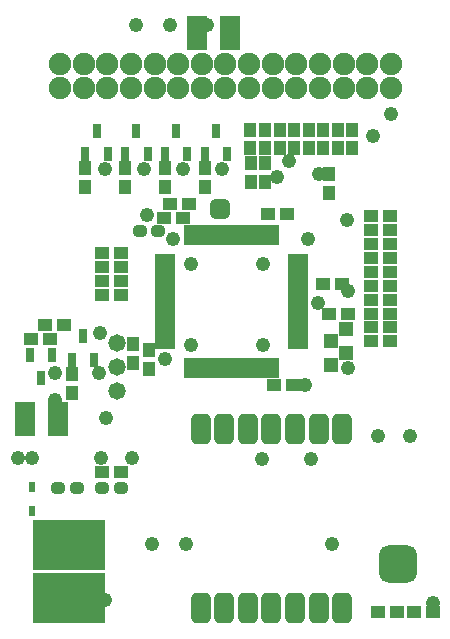
<source format=gts>
G04*
G04 #@! TF.GenerationSoftware,Altium Limited,Altium Designer,19.0.5 (141)*
G04*
G04 Layer_Color=8388736*
%FSLAX25Y25*%
%MOIN*%
G70*
G01*
G75*
%ADD28R,0.04600X0.03900*%
%ADD29R,0.04737X0.04737*%
%ADD30R,0.02379X0.03568*%
%ADD31R,0.02387X0.03560*%
G04:AMPARAMS|DCode=32|XSize=39mil|YSize=46mil|CornerRadius=11.75mil|HoleSize=0mil|Usage=FLASHONLY|Rotation=270.000|XOffset=0mil|YOffset=0mil|HoleType=Round|Shape=RoundedRectangle|*
%AMROUNDEDRECTD32*
21,1,0.03900,0.02250,0,0,270.0*
21,1,0.01550,0.04600,0,0,270.0*
1,1,0.02350,-0.01125,-0.00775*
1,1,0.02350,-0.01125,0.00775*
1,1,0.02350,0.01125,0.00775*
1,1,0.02350,0.01125,-0.00775*
%
%ADD32ROUNDEDRECTD32*%
%ADD33R,0.24422X0.16548*%
%ADD34R,0.07099X0.11430*%
%ADD35R,0.03900X0.04600*%
%ADD36R,0.03162X0.04737*%
G04:AMPARAMS|DCode=37|XSize=67.06mil|YSize=67.06mil|CornerRadius=18.76mil|HoleSize=0mil|Usage=FLASHONLY|Rotation=180.000|XOffset=0mil|YOffset=0mil|HoleType=Round|Shape=RoundedRectangle|*
%AMROUNDEDRECTD37*
21,1,0.06706,0.02953,0,0,180.0*
21,1,0.02953,0.06706,0,0,180.0*
1,1,0.03753,-0.01476,0.01476*
1,1,0.03753,0.01476,0.01476*
1,1,0.03753,0.01476,-0.01476*
1,1,0.03753,-0.01476,-0.01476*
%
%ADD37ROUNDEDRECTD37*%
G04:AMPARAMS|DCode=38|XSize=102.49mil|YSize=67.06mil|CornerRadius=18.76mil|HoleSize=0mil|Usage=FLASHONLY|Rotation=90.000|XOffset=0mil|YOffset=0mil|HoleType=Round|Shape=RoundedRectangle|*
%AMROUNDEDRECTD38*
21,1,0.10249,0.02953,0,0,90.0*
21,1,0.06496,0.06706,0,0,90.0*
1,1,0.03753,0.01476,0.03248*
1,1,0.03753,0.01476,-0.03248*
1,1,0.03753,-0.01476,-0.03248*
1,1,0.03753,-0.01476,0.03248*
%
%ADD38ROUNDEDRECTD38*%
%ADD39R,0.01900X0.06600*%
%ADD40R,0.06600X0.01900*%
G04:AMPARAMS|DCode=41|XSize=126.11mil|YSize=126.11mil|CornerRadius=33.53mil|HoleSize=0mil|Usage=FLASHONLY|Rotation=180.000|XOffset=0mil|YOffset=0mil|HoleType=Round|Shape=RoundedRectangle|*
%AMROUNDEDRECTD41*
21,1,0.12611,0.05906,0,0,180.0*
21,1,0.05906,0.12611,0,0,180.0*
1,1,0.06706,-0.02953,0.02953*
1,1,0.06706,0.02953,0.02953*
1,1,0.06706,0.02953,-0.02953*
1,1,0.06706,-0.02953,-0.02953*
%
%ADD41ROUNDEDRECTD41*%
%ADD42C,0.05800*%
%ADD43C,0.07493*%
%ADD44C,0.04800*%
D28*
X454450Y125600D02*
D03*
X448150D02*
D03*
X442650D02*
D03*
X436350D02*
D03*
X344295Y172200D02*
D03*
X350595D02*
D03*
X331609Y221168D02*
D03*
X325309D02*
D03*
X326959Y216468D02*
D03*
X320659D02*
D03*
X344209Y245068D02*
D03*
X350509D02*
D03*
X344209Y240485D02*
D03*
X350509D02*
D03*
X344209Y235901D02*
D03*
X350509D02*
D03*
X344209Y231318D02*
D03*
X350509D02*
D03*
X426350Y224715D02*
D03*
X420050D02*
D03*
X366985Y261487D02*
D03*
X373285D02*
D03*
X440159Y252835D02*
D03*
X433859D02*
D03*
X440159Y243568D02*
D03*
X433859D02*
D03*
X440159Y234301D02*
D03*
X433859D02*
D03*
X440159Y225035D02*
D03*
X433859D02*
D03*
X440159Y215768D02*
D03*
X433859D02*
D03*
X405907Y258368D02*
D03*
X399607D02*
D03*
X417759Y234908D02*
D03*
X424059D02*
D03*
X365017Y256768D02*
D03*
X371317D02*
D03*
X401576Y201068D02*
D03*
X407876D02*
D03*
X433859Y257468D02*
D03*
X440159D02*
D03*
X433859Y248201D02*
D03*
X440159D02*
D03*
X433859Y238935D02*
D03*
X440159D02*
D03*
X433859Y229668D02*
D03*
X440159D02*
D03*
X433859Y220401D02*
D03*
X440159D02*
D03*
D29*
X420500Y208000D02*
D03*
X425500Y211998D02*
D03*
X420500Y215995D02*
D03*
X425500Y219993D02*
D03*
D30*
X320909Y167137D02*
D03*
D31*
Y159263D02*
D03*
D32*
X363047Y252594D02*
D03*
X356747D02*
D03*
X335947Y166802D02*
D03*
X329647D02*
D03*
X350644D02*
D03*
X344344D02*
D03*
D33*
X333200Y130264D02*
D03*
Y147980D02*
D03*
D34*
X375888Y318700D02*
D03*
X386912D02*
D03*
X329612Y190000D02*
D03*
X318588D02*
D03*
D35*
X419800Y265150D02*
D03*
Y271450D02*
D03*
X359772Y206604D02*
D03*
Y212904D02*
D03*
X393728Y268868D02*
D03*
Y275168D02*
D03*
X393709Y286368D02*
D03*
Y280068D02*
D03*
X398564Y286368D02*
D03*
Y280068D02*
D03*
X413146Y286368D02*
D03*
Y280068D02*
D03*
X334069Y198655D02*
D03*
Y204955D02*
D03*
X365224Y267155D02*
D03*
Y273455D02*
D03*
X378509Y267155D02*
D03*
Y273455D02*
D03*
X338654Y267155D02*
D03*
Y273455D02*
D03*
X351939Y267155D02*
D03*
Y273455D02*
D03*
X398564Y268868D02*
D03*
Y275168D02*
D03*
X354609Y208573D02*
D03*
Y214873D02*
D03*
X422855Y286368D02*
D03*
Y280068D02*
D03*
X427709D02*
D03*
Y286368D02*
D03*
X418000Y280068D02*
D03*
Y286368D02*
D03*
X403437D02*
D03*
Y280068D02*
D03*
X408291D02*
D03*
Y286368D02*
D03*
D36*
X323809Y203399D02*
D03*
X320069Y211273D02*
D03*
X327550D02*
D03*
X337809Y217432D02*
D03*
X341550Y209558D02*
D03*
X334069D02*
D03*
X368965Y285932D02*
D03*
X372705Y278058D02*
D03*
X365224D02*
D03*
X382250Y285932D02*
D03*
X385990Y278058D02*
D03*
X378509D02*
D03*
X342394Y285932D02*
D03*
X346135Y278058D02*
D03*
X338654D02*
D03*
X355679Y285932D02*
D03*
X359420Y278058D02*
D03*
X351939D02*
D03*
D37*
X383709Y259818D02*
D03*
D38*
X377087Y186392D02*
D03*
X384961D02*
D03*
X392835D02*
D03*
X400709D02*
D03*
X408583D02*
D03*
X416458D02*
D03*
X424332D02*
D03*
Y126944D02*
D03*
X416458D02*
D03*
X408583D02*
D03*
X377087D02*
D03*
X384961D02*
D03*
X392835D02*
D03*
X400709D02*
D03*
D39*
X402194Y206868D02*
D03*
X400226D02*
D03*
X398257D02*
D03*
X396289D02*
D03*
X394320D02*
D03*
X392352D02*
D03*
X390383D02*
D03*
X388415D02*
D03*
X386446D02*
D03*
X384478D02*
D03*
X382509D02*
D03*
X380541D02*
D03*
X378572D02*
D03*
X376604D02*
D03*
X374635D02*
D03*
X372667D02*
D03*
Y251168D02*
D03*
X374635D02*
D03*
X376604D02*
D03*
X378572D02*
D03*
X380541D02*
D03*
X382509D02*
D03*
X384478D02*
D03*
X386446D02*
D03*
X388415D02*
D03*
X390383D02*
D03*
X392352D02*
D03*
X394320D02*
D03*
X396289D02*
D03*
X398257D02*
D03*
X400226D02*
D03*
X402194D02*
D03*
D40*
X365281Y214254D02*
D03*
Y216223D02*
D03*
Y218191D02*
D03*
Y220160D02*
D03*
Y222128D02*
D03*
Y224097D02*
D03*
Y226065D02*
D03*
Y228034D02*
D03*
Y230002D02*
D03*
Y231971D02*
D03*
Y233939D02*
D03*
Y235908D02*
D03*
Y237876D02*
D03*
Y239845D02*
D03*
Y241813D02*
D03*
Y243782D02*
D03*
X409581D02*
D03*
Y241813D02*
D03*
Y239845D02*
D03*
Y237876D02*
D03*
Y235908D02*
D03*
Y233939D02*
D03*
Y231971D02*
D03*
Y230002D02*
D03*
Y228034D02*
D03*
Y226065D02*
D03*
Y224097D02*
D03*
Y222128D02*
D03*
Y220160D02*
D03*
Y218191D02*
D03*
Y216223D02*
D03*
Y214254D02*
D03*
D41*
X443000Y141600D02*
D03*
D42*
X349076Y215112D02*
D03*
Y207238D02*
D03*
Y199364D02*
D03*
D43*
X330267Y300194D02*
D03*
Y308068D02*
D03*
X338141Y300194D02*
D03*
Y308068D02*
D03*
X346015Y300194D02*
D03*
Y308068D02*
D03*
X353889Y300194D02*
D03*
Y308068D02*
D03*
X361763Y300194D02*
D03*
Y308068D02*
D03*
X369637Y300194D02*
D03*
Y308068D02*
D03*
X377511Y300194D02*
D03*
Y308068D02*
D03*
X385385Y300194D02*
D03*
Y308068D02*
D03*
X393259Y300194D02*
D03*
Y308068D02*
D03*
X401133Y300194D02*
D03*
Y308068D02*
D03*
X409007Y300194D02*
D03*
Y308068D02*
D03*
X416881Y300194D02*
D03*
Y308068D02*
D03*
X424755Y300194D02*
D03*
Y308068D02*
D03*
X432629Y300194D02*
D03*
Y308068D02*
D03*
X440503Y300194D02*
D03*
Y308068D02*
D03*
D44*
X420800Y148200D02*
D03*
X397700Y176500D02*
D03*
X414000D02*
D03*
X454400Y128568D02*
D03*
X416300Y228500D02*
D03*
X413000Y249868D02*
D03*
X440503Y291600D02*
D03*
X316200Y176900D02*
D03*
X354200D02*
D03*
X328400Y196300D02*
D03*
X360900Y148200D02*
D03*
X372300D02*
D03*
X447000Y184268D02*
D03*
X436100D02*
D03*
X343872Y176900D02*
D03*
X345600Y190200D02*
D03*
X343700Y218500D02*
D03*
X321000Y176900D02*
D03*
X345300Y129700D02*
D03*
X359100Y257900D02*
D03*
X416600Y271450D02*
D03*
X406700Y276000D02*
D03*
X434700Y284300D02*
D03*
X425800Y256200D02*
D03*
X426100Y207000D02*
D03*
X343200Y205200D02*
D03*
X328400D02*
D03*
X355400Y321300D02*
D03*
X366900D02*
D03*
X379100D02*
D03*
X384058Y273300D02*
D03*
X371147D02*
D03*
X358237D02*
D03*
X345326D02*
D03*
X397909Y241500D02*
D03*
X373727D02*
D03*
Y214600D02*
D03*
X397909D02*
D03*
X365209Y209868D02*
D03*
X416209Y184268D02*
D03*
X367809Y249868D02*
D03*
X402609Y270468D02*
D03*
X426259Y232558D02*
D03*
X411809Y201268D02*
D03*
M02*

</source>
